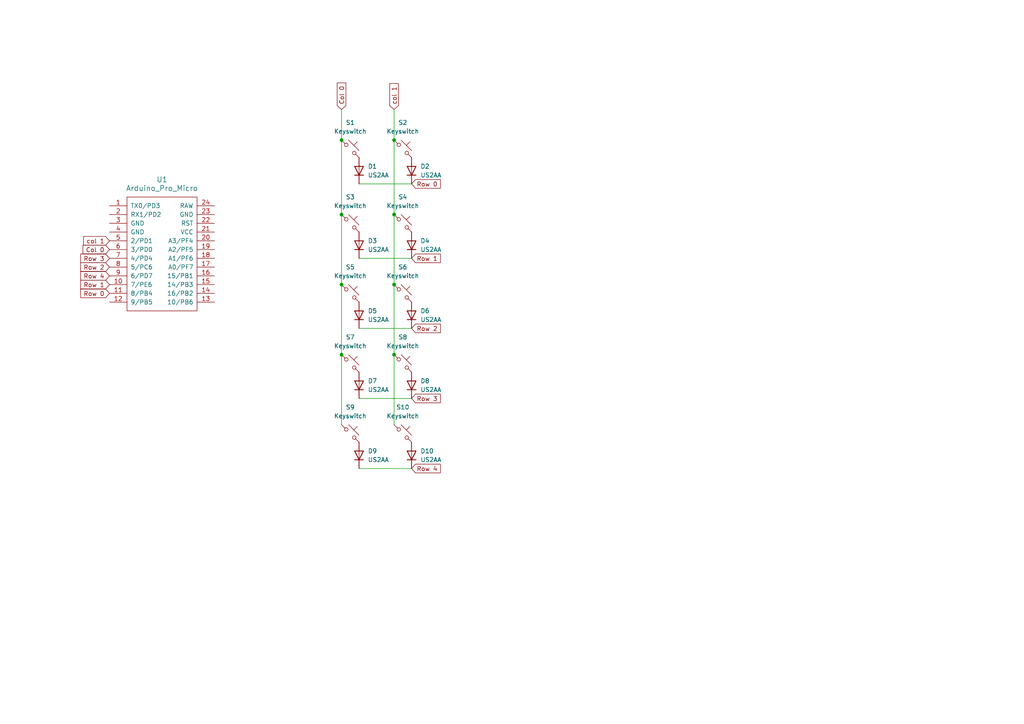
<source format=kicad_sch>
(kicad_sch (version 20231120) (generator "eeschema") (generator_version "8.0")
  (paper "A4")
  (lib_symbols
    (symbol "Diode:US2AA" (pin_numbers hide) (pin_names hide)
      (property "Reference" "D" (at 0 2.54 0))
      (property "Value" "US2AA" (at 0 -2.54 0))
      (symbol "US2AA_0_1"
        (polyline (pts (xy -1.27 1.27) (xy -1.27 -1.27)) (stroke (width 0.254)))
        (polyline (pts (xy 1.27 0) (xy -1.27 0)))
        (polyline (pts (xy 1.27 1.27) (xy 1.27 -1.27) (xy -1.27 0) (xy 1.27 1.27)) (stroke (width 0.254)))
      )
      (symbol "US2AA_1_1"
        (pin passive line (at -3.81 0 0) (length 2.54) (name "K") (number "1"))
        (pin passive line (at 3.81 0 180) (length 2.54) (name "A") (number "2"))
      )
    )
    (symbol "ScottoKeebs:MCU_Arduino_Pro_Micro" (pin_names (offset 1.016))
      (property "Reference" "U" (at 0 0 0))
      (property "Value" "Arduino_Pro_Micro" (at 0 -19.05 0))
      (symbol "MCU_Arduino_Pro_Micro_0_1"
        (rectangle (start -10.16 16.51) (end 10.16 -16.51))
      )
      (symbol "MCU_Arduino_Pro_Micro_1_1"
        (pin input line (at -15.24 13.97 0) (length 5.08) (name "TX0/PD3") (number "1"))
        (pin input line (at -15.24 -8.89 0) (length 5.08) (name "7/PE6") (number "10"))
        (pin input line (at -15.24 -11.43 0) (length 5.08) (name "8/PB4") (number "11"))
        (pin input line (at -15.24 -13.97 0) (length 5.08) (name "9/PB5") (number "12"))
        (pin input line (at 15.24 -13.97 180) (length 5.08) (name "10/PB6") (number "13"))
        (pin input line (at 15.24 -11.43 180) (length 5.08) (name "16/PB2") (number "14"))
        (pin input line (at 15.24 -8.89 180) (length 5.08) (name "14/PB3") (number "15"))
        (pin input line (at 15.24 -6.35 180) (length 5.08) (name "15/PB1") (number "16"))
        (pin input line (at 15.24 -3.81 180) (length 5.08) (name "A0/PF7") (number "17"))
        (pin input line (at 15.24 -1.27 180) (length 5.08) (name "A1/PF6") (number "18"))
        (pin input line (at 15.24 1.27 180) (length 5.08) (name "A2/PF5") (number "19"))
        (pin input line (at -15.24 11.43 0) (length 5.08) (name "RX1/PD2") (number "2"))
        (pin input line (at 15.24 3.81 180) (length 5.08) (name "A3/PF4") (number "20"))
        (pin input line (at 15.24 6.35 180) (length 5.08) (name "VCC") (number "21"))
        (pin input line (at 15.24 8.89 180) (length 5.08) (name "RST") (number "22"))
        (pin input line (at 15.24 11.43 180) (length 5.08) (name "GND") (number "23"))
        (pin input line (at 15.24 13.97 180) (length 5.08) (name "RAW") (number "24"))
        (pin input line (at -15.24 8.89 0) (length 5.08) (name "GND") (number "3"))
        (pin input line (at -15.24 6.35 0) (length 5.08) (name "GND") (number "4"))
        (pin input line (at -15.24 3.81 0) (length 5.08) (name "2/PD1") (number "5"))
        (pin input line (at -15.24 1.27 0) (length 5.08) (name "3/PD0") (number "6"))
        (pin input line (at -15.24 -1.27 0) (length 5.08) (name "4/PD4") (number "7"))
        (pin input line (at -15.24 -3.81 0) (length 5.08) (name "5/PC6") (number "8"))
        (pin input line (at -15.24 -6.35 0) (length 5.08) (name "6/PD7") (number "9"))
      )
    )
    (symbol "ScottoKeebs:Placeholder_Keyswitch" (pin_numbers hide) (pin_names (offset 1.016) hide)
      (property "Reference" "S" (at 3.048 1.016 0))
      (property "Value" "Keyswitch" (at 0 -3.81 0))
      (symbol "Placeholder_Keyswitch_0_1"
        (circle (center -1.1684 1.1684) (radius 0.508))
        (polyline (pts (xy -0.508 2.54) (xy 2.54 -0.508)))
        (polyline (pts (xy 1.016 1.016) (xy 2.032 2.032)))
        (polyline (pts (xy -2.54 2.54) (xy -1.524 1.524) (xy -1.524 1.524)))
        (polyline (pts (xy 1.524 -1.524) (xy 2.54 -2.54) (xy 2.54 -2.54) (xy 2.54 -2.54)))
        (circle (center 1.143 -1.1938) (radius 0.508))
        (pin passive line (at -2.54 2.54 0) (length 0) (name "1") (number "1"))
        (pin passive line (at 2.54 -2.54 180) (length 0) (name "2") (number "2"))
      )
    )
  )
  (junction (at 114.3 40.64))
  (junction (at 114.3 62.23))
  (junction (at 99.06 102.87))
  (junction (at 99.06 62.23))
  (junction (at 114.3 102.87))
  (junction (at 99.06 82.55))
  (junction (at 99.06 40.64))
  (junction (at 114.3 82.55))
  (wire (pts (xy 114.3 82.55) (xy 114.3 102.87)))
  (wire (pts (xy 104.14 74.93) (xy 119.38 74.93)))
  (wire (pts (xy 99.06 31.75) (xy 99.06 40.64)))
  (wire (pts (xy 99.06 40.64) (xy 99.06 62.23)))
  (wire (pts (xy 104.14 135.89) (xy 119.38 135.89)))
  (wire (pts (xy 114.3 31.75) (xy 114.3 40.64)))
  (wire (pts (xy 104.14 53.34) (xy 119.38 53.34)))
  (wire (pts (xy 104.14 95.25) (xy 119.38 95.25)))
  (wire (pts (xy 104.14 115.57) (xy 119.38 115.57)))
  (wire (pts (xy 99.06 62.23) (xy 99.06 82.55)))
  (wire (pts (xy 114.3 62.23) (xy 114.3 82.55)))
  (wire (pts (xy 114.3 40.64) (xy 114.3 62.23)))
  (wire (pts (xy 99.06 82.55) (xy 99.06 102.87)))
  (wire (pts (xy 114.3 102.87) (xy 114.3 123.19)))
  (wire (pts (xy 99.06 102.87) (xy 99.06 123.19)))
  (global_label "Row 3" (shape input) (at 31.75 74.93 180) (property "Intersheetrefs" "${INTERSHEET_REFS}" (effects (hide yes))))
  (global_label "Row 1" (shape input) (at 119.38 74.93 0) (property "Intersheetrefs" "${INTERSHEET_REFS}" (effects (hide yes))))
  (global_label "Row 4" (shape input) (at 119.38 135.89 0) (property "Intersheetrefs" "${INTERSHEET_REFS}" (effects (hide yes))))
  (global_label "Col 0" (shape input) (at 99.06 31.75 90) (property "Intersheetrefs" "${INTERSHEET_REFS}" (effects (hide yes))))
  (global_label "Row 2" (shape input) (at 31.75 77.47 180) (property "Intersheetrefs" "${INTERSHEET_REFS}" (effects (hide yes))))
  (global_label "Row 2" (shape input) (at 119.38 95.25 0) (property "Intersheetrefs" "${INTERSHEET_REFS}" (effects (hide yes))))
  (global_label "col 1" (shape input) (at 31.75 69.85 180) (property "Intersheetrefs" "${INTERSHEET_REFS}" (effects (hide yes))))
  (global_label "Row 0" (shape input) (at 119.38 53.34 0) (property "Intersheetrefs" "${INTERSHEET_REFS}" (effects (hide yes))))
  (global_label "Row 0" (shape input) (at 31.75 85.09 180) (property "Intersheetrefs" "${INTERSHEET_REFS}" (effects (hide yes))))
  (global_label "col 1" (shape input) (at 114.3 31.75 90) (property "Intersheetrefs" "${INTERSHEET_REFS}" (effects (hide yes))))
  (global_label "Row 1" (shape input) (at 31.75 82.55 180) (property "Intersheetrefs" "${INTERSHEET_REFS}" (effects (hide yes))))
  (global_label "Row 4" (shape input) (at 31.75 80.01 180) (property "Intersheetrefs" "${INTERSHEET_REFS}" (effects (hide yes))))
  (global_label "Row 3" (shape input) (at 119.38 115.57 0) (property "Intersheetrefs" "${INTERSHEET_REFS}" (effects (hide yes))))
  (global_label "Col 0" (shape input) (at 31.75 72.39 180) (property "Intersheetrefs" "${INTERSHEET_REFS}" (effects (hide yes))))
  (symbol (lib_id "Diode:US2AA") (at 119.38 91.44 90) (unit 1)
    (property "Reference" "D6" (at 121.92 90.1699 90) (effects (justify right)))
    (property "Value" "US2AA" (at 121.92 92.7099 90) (effects (justify right)))
    (property "Footprint" "ScottoKeebs_Components:Resistor_0805" (effects (hide yes)))
    (property "Datasheet" "https://www.onsemi.com/pub/Collateral/US2AA-D.PDF" (effects (hide yes)))
    (property "Description" "50V, 1.5A, General Purpose Rectifier Diode, SMA(DO-214AC)" (effects (hide yes)))
    (property "Sim.Device" "D" (effects (hide yes)))
    (property "Sim.Pins" "1=K 2=A" (effects (hide yes)))
  )
  (symbol (lib_id "ScottoKeebs:Placeholder_Keyswitch") (at 116.84 64.77 0) (unit 1)
    (property "Reference" "S4" (at 116.84 57.15 0))
    (property "Value" "Keyswitch" (at 116.84 59.69 0))
    (property "Footprint" "ScottoKeebs_MX:MX_PCB_1.00u" (effects (hide yes)))
    (property "Description" "Push button switch, normally open, two pins, 45° tilted" (effects (hide yes)))
  )
  (symbol (lib_id "Diode:US2AA") (at 104.14 91.44 90) (unit 1)
    (property "Reference" "D5" (at 106.68 90.1699 90) (effects (justify right)))
    (property "Value" "US2AA" (at 106.68 92.7099 90) (effects (justify right)))
    (property "Footprint" "ScottoKeebs_Components:Resistor_0805" (effects (hide yes)))
    (property "Datasheet" "https://www.onsemi.com/pub/Collateral/US2AA-D.PDF" (effects (hide yes)))
    (property "Description" "50V, 1.5A, General Purpose Rectifier Diode, SMA(DO-214AC)" (effects (hide yes)))
    (property "Sim.Device" "D" (effects (hide yes)))
    (property "Sim.Pins" "1=K 2=A" (effects (hide yes)))
  )
  (symbol (lib_id "Diode:US2AA") (at 119.38 132.08 90) (unit 1)
    (property "Reference" "D10" (at 121.92 130.8099 90) (effects (justify right)))
    (property "Value" "US2AA" (at 121.92 133.3499 90) (effects (justify right)))
    (property "Footprint" "ScottoKeebs_Components:Resistor_0805" (effects (hide yes)))
    (property "Datasheet" "https://www.onsemi.com/pub/Collateral/US2AA-D.PDF" (effects (hide yes)))
    (property "Description" "50V, 1.5A, General Purpose Rectifier Diode, SMA(DO-214AC)" (effects (hide yes)))
    (property "Sim.Device" "D" (effects (hide yes)))
    (property "Sim.Pins" "1=K 2=A" (effects (hide yes)))
  )
  (symbol (lib_id "ScottoKeebs:Placeholder_Keyswitch") (at 116.84 85.09 0) (unit 1)
    (property "Reference" "S6" (at 116.84 77.47 0))
    (property "Value" "Keyswitch" (at 116.84 80.01 0))
    (property "Footprint" "ScottoKeebs_MX:MX_PCB_1.00u" (effects (hide yes)))
    (property "Description" "Push button switch, normally open, two pins, 45° tilted" (effects (hide yes)))
  )
  (symbol (lib_id "Diode:US2AA") (at 119.38 49.53 90) (unit 1)
    (property "Reference" "D2" (at 121.92 48.2599 90) (effects (justify right)))
    (property "Value" "US2AA" (at 121.92 50.7999 90) (effects (justify right)))
    (property "Footprint" "ScottoKeebs_Components:Resistor_0805" (effects (hide yes)))
    (property "Datasheet" "https://www.onsemi.com/pub/Collateral/US2AA-D.PDF" (effects (hide yes)))
    (property "Description" "50V, 1.5A, General Purpose Rectifier Diode, SMA(DO-214AC)" (effects (hide yes)))
    (property "Sim.Device" "D" (effects (hide yes)))
    (property "Sim.Pins" "1=K 2=A" (effects (hide yes)))
  )
  (symbol (lib_id "Diode:US2AA") (at 104.14 49.53 90) (unit 1)
    (property "Reference" "D1" (at 106.68 48.2599 90) (effects (justify right)))
    (property "Value" "US2AA" (at 106.68 50.7999 90) (effects (justify right)))
    (property "Footprint" "ScottoKeebs_Components:Resistor_0805" (effects (hide yes)))
    (property "Datasheet" "https://www.onsemi.com/pub/Collateral/US2AA-D.PDF" (effects (hide yes)))
    (property "Description" "50V, 1.5A, General Purpose Rectifier Diode, SMA(DO-214AC)" (effects (hide yes)))
    (property "Sim.Device" "D" (effects (hide yes)))
    (property "Sim.Pins" "1=K 2=A" (effects (hide yes)))
  )
  (symbol (lib_id "ScottoKeebs:MCU_Arduino_Pro_Micro") (at 46.99 73.66 0) (unit 1)
    (property "Reference" "U1" (at 46.99 52.07 0) (effects (font (size 1.524 1.524))))
    (property "Value" "Arduino_Pro_Micro" (at 46.99 54.61 0) (effects (font (size 1.524 1.524))))
    (property "Footprint" "ScottoKeebs_MCU:Arduino_Pro_Micro" (effects (hide yes)))
  )
  (symbol (lib_id "Diode:US2AA") (at 119.38 111.76 90) (unit 1)
    (property "Reference" "D8" (at 121.92 110.4899 90) (effects (justify right)))
    (property "Value" "US2AA" (at 121.92 113.0299 90) (effects (justify right)))
    (property "Footprint" "ScottoKeebs_Components:Resistor_0805" (effects (hide yes)))
    (property "Datasheet" "https://www.onsemi.com/pub/Collateral/US2AA-D.PDF" (effects (hide yes)))
    (property "Description" "50V, 1.5A, General Purpose Rectifier Diode, SMA(DO-214AC)" (effects (hide yes)))
    (property "Sim.Device" "D" (effects (hide yes)))
    (property "Sim.Pins" "1=K 2=A" (effects (hide yes)))
  )
  (symbol (lib_id "ScottoKeebs:Placeholder_Keyswitch") (at 101.6 64.77 0) (unit 1)
    (property "Reference" "S3" (at 101.6 57.15 0))
    (property "Value" "Keyswitch" (at 101.6 59.69 0))
    (property "Footprint" "ScottoKeebs_MX:MX_PCB_1.00u" (effects (hide yes)))
    (property "Description" "Push button switch, normally open, two pins, 45° tilted" (effects (hide yes)))
  )
  (symbol (lib_id "ScottoKeebs:Placeholder_Keyswitch") (at 101.6 125.73 0) (unit 1)
    (property "Reference" "S9" (at 101.6 118.11 0))
    (property "Value" "Keyswitch" (at 101.6 120.65 0))
    (property "Footprint" "ScottoKeebs_MX:MX_PCB_1.00u" (effects (hide yes)))
    (property "Description" "Push button switch, normally open, two pins, 45° tilted" (effects (hide yes)))
  )
  (symbol (lib_id "ScottoKeebs:Placeholder_Keyswitch") (at 116.84 105.41 0) (unit 1)
    (property "Reference" "S8" (at 116.84 97.79 0))
    (property "Value" "Keyswitch" (at 116.84 100.33 0))
    (property "Footprint" "ScottoKeebs_MX:MX_PCB_1.00u" (effects (hide yes)))
    (property "Description" "Push button switch, normally open, two pins, 45° tilted" (effects (hide yes)))
  )
  (symbol (lib_id "Diode:US2AA") (at 104.14 71.12 90) (unit 1)
    (property "Reference" "D3" (at 106.68 69.8499 90) (effects (justify right)))
    (property "Value" "US2AA" (at 106.68 72.3899 90) (effects (justify right)))
    (property "Footprint" "ScottoKeebs_Components:Resistor_0805" (effects (hide yes)))
    (property "Datasheet" "https://www.onsemi.com/pub/Collateral/US2AA-D.PDF" (effects (hide yes)))
    (property "Description" "50V, 1.5A, General Purpose Rectifier Diode, SMA(DO-214AC)" (effects (hide yes)))
    (property "Sim.Device" "D" (effects (hide yes)))
    (property "Sim.Pins" "1=K 2=A" (effects (hide yes)))
  )
  (symbol (lib_id "Diode:US2AA") (at 119.38 71.12 90) (unit 1)
    (property "Reference" "D4" (at 121.92 69.8499 90) (effects (justify right)))
    (property "Value" "US2AA" (at 121.92 72.3899 90) (effects (justify right)))
    (property "Footprint" "ScottoKeebs_Components:Resistor_0805" (effects (hide yes)))
    (property "Datasheet" "https://www.onsemi.com/pub/Collateral/US2AA-D.PDF" (effects (hide yes)))
    (property "Description" "50V, 1.5A, General Purpose Rectifier Diode, SMA(DO-214AC)" (effects (hide yes)))
    (property "Sim.Device" "D" (effects (hide yes)))
    (property "Sim.Pins" "1=K 2=A" (effects (hide yes)))
  )
  (symbol (lib_id "Diode:US2AA") (at 104.14 111.76 90) (unit 1)
    (property "Reference" "D7" (at 106.68 110.4899 90) (effects (justify right)))
    (property "Value" "US2AA" (at 106.68 113.0299 90) (effects (justify right)))
    (property "Footprint" "ScottoKeebs_Components:Resistor_0805" (effects (hide yes)))
    (property "Datasheet" "https://www.onsemi.com/pub/Collateral/US2AA-D.PDF" (effects (hide yes)))
    (property "Description" "50V, 1.5A, General Purpose Rectifier Diode, SMA(DO-214AC)" (effects (hide yes)))
    (property "Sim.Device" "D" (effects (hide yes)))
    (property "Sim.Pins" "1=K 2=A" (effects (hide yes)))
  )
  (symbol (lib_id "ScottoKeebs:Placeholder_Keyswitch") (at 116.84 43.18 0) (unit 1)
    (property "Reference" "S2" (at 116.84 35.56 0))
    (property "Value" "Keyswitch" (at 116.84 38.1 0))
    (property "Footprint" "ScottoKeebs_MX:MX_PCB_1.00u" (effects (hide yes)))
    (property "Description" "Push button switch, normally open, two pins, 45° tilted" (effects (hide yes)))
  )
  (symbol (lib_id "ScottoKeebs:Placeholder_Keyswitch") (at 101.6 85.09 0) (unit 1)
    (property "Reference" "S5" (at 101.6 77.47 0))
    (property "Value" "Keyswitch" (at 101.6 80.01 0))
    (property "Footprint" "ScottoKeebs_MX:MX_PCB_1.00u" (effects (hide yes)))
    (property "Description" "Push button switch, normally open, two pins, 45° tilted" (effects (hide yes)))
  )
  (symbol (lib_id "ScottoKeebs:Placeholder_Keyswitch") (at 116.84 125.73 0) (unit 1)
    (property "Reference" "S10" (at 116.84 118.11 0))
    (property "Value" "Keyswitch" (at 116.84 120.65 0))
    (property "Footprint" "ScottoKeebs_MX:MX_PCB_1.00u" (effects (hide yes)))
    (property "Description" "Push button switch, normally open, two pins, 45° tilted" (effects (hide yes)))
  )
  (symbol (lib_id "ScottoKeebs:Placeholder_Keyswitch") (at 101.6 43.18 0) (unit 1)
    (property "Reference" "S1" (at 101.6 35.56 0))
    (property "Value" "Keyswitch" (at 101.6 38.1 0))
    (property "Footprint" "ScottoKeebs_MX:MX_PCB_1.00u" (effects (hide yes)))
    (property "Description" "Push button switch, normally open, two pins, 45° tilted" (effects (hide yes)))
  )
  (symbol (lib_id "Diode:US2AA") (at 104.14 132.08 90) (unit 1)
    (property "Reference" "D9" (at 106.68 130.8099 90) (effects (justify right)))
    (property "Value" "US2AA" (at 106.68 133.3499 90) (effects (justify right)))
    (property "Footprint" "ScottoKeebs_Components:Resistor_0805" (effects (hide yes)))
    (property "Datasheet" "https://www.onsemi.com/pub/Collateral/US2AA-D.PDF" (effects (hide yes)))
    (property "Description" "50V, 1.5A, General Purpose Rectifier Diode, SMA(DO-214AC)" (effects (hide yes)))
    (property "Sim.Device" "D" (effects (hide yes)))
    (property "Sim.Pins" "1=K 2=A" (effects (hide yes)))
  )
  (symbol (lib_id "ScottoKeebs:Placeholder_Keyswitch") (at 101.6 105.41 0) (unit 1)
    (property "Reference" "S7" (at 101.6 97.79 0))
    (property "Value" "Keyswitch" (at 101.6 100.33 0))
    (property "Footprint" "ScottoKeebs_MX:MX_PCB_1.00u" (effects (hide yes)))
    (property "Description" "Push button switch, normally open, two pins, 45° tilted" (effects (hide yes)))
  )
)
</source>
